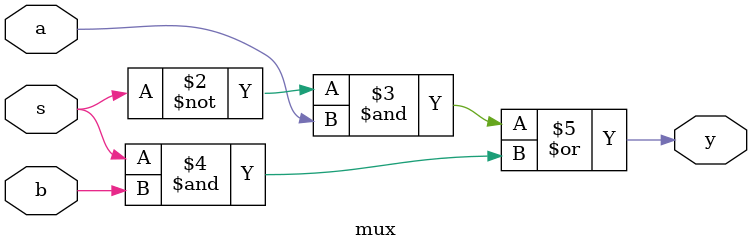
<source format=v>
module mux(input a,b,s,output reg y);
  always@(*)begin;
    y=~s&a|s&b;
  end
endmodule 

</source>
